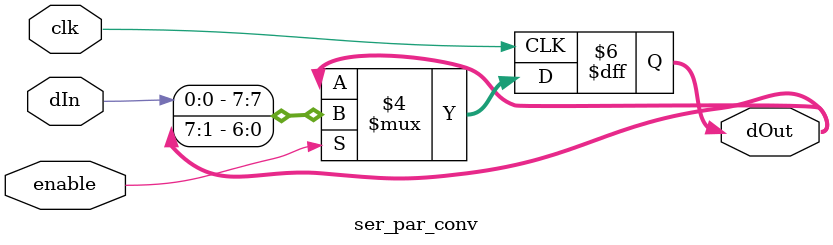
<source format=v>
module ser_par_conv 
(
	input            clk, 
	input            enable, 
	input            dIn,
	output reg [7:0] dOut
);
	//
	always @ (posedge clk)
		if (enable == 1)
			dOut = {dIn, dOut[7:1]};
endmodule

</source>
